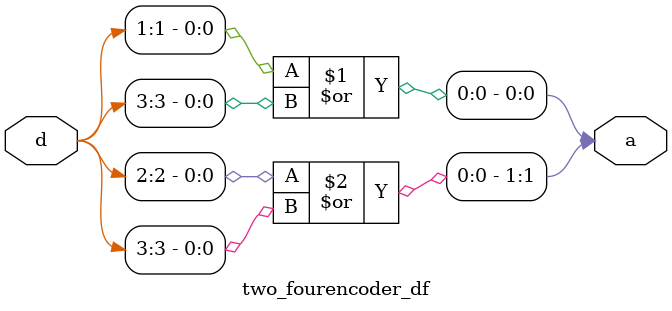
<source format=v>
`timescale 1ns / 1ps


module two_fourencoder_df(input[3:0]d,output [1:0]a);
assign a[0]=d[1]|d[3];
assign a[1]=d[2]|d[3];
endmodule

</source>
